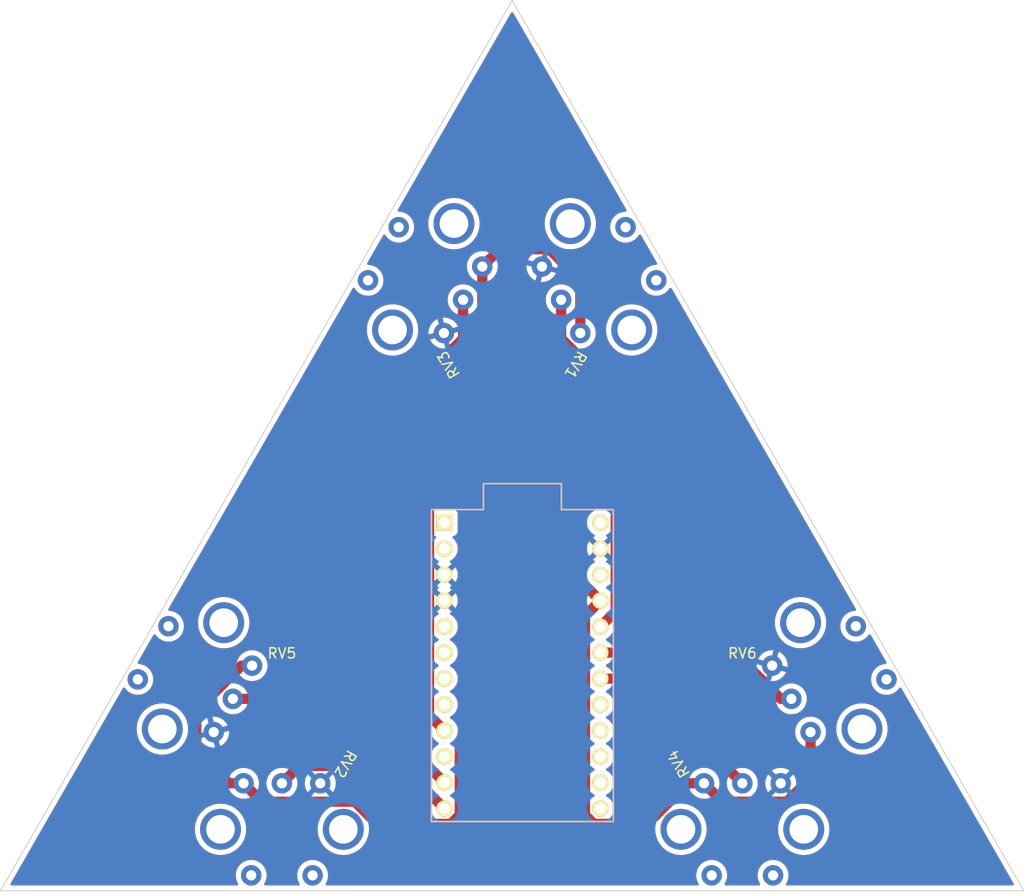
<source format=kicad_pcb>
(kicad_pcb (version 20211014) (generator pcbnew)
  (title_block (comment 4 "AISLER Project ID: TOQVENVP"))
  (layers (0 "F.Cu" signal) (31 "B.Cu" signal) (34 "B.Paste" user) (35 "F.Paste" user) (36 "B.SilkS" user "B.Silkscreen") (37 "F.SilkS" user "F.Silkscreen") (38 "B.Mask" user) (39 "F.Mask" user) (44 "Edge.Cuts" user))
  (net 0 "")
  (net 1 "VCC")
  (net 2 "Net-(RV1-Pad2)")
  (net 3 "GND")
  (net 4 "Net-(RV2-Pad2)")
  (net 5 "Net-(RV5-Pad2)")
  (net 6 "Net-(RV6-Pad2)")
  (net 20 "Net-(U1-Pad20)")
  (net 21 "Net-(U1-Pad19)")
  (footprint "antennas:TT_P120" (layer "F.Cu") (at 182.290386 101.25 120)
    (fp_text reference "RV4" (at 0 -12.7 120 unlocked) (layer "F.SilkS"))
    (fp_text value "R_Potentiometer")
    (pad "" thru_hole circle (at -6 4.5 120) (size 4 4) (drill 2.8) (layers *.Cu *.Mask))
    (pad "" thru_hole circle (at 6 4.5 120) (size 4 4) (drill 2.8) (layers *.Cu *.Mask))
    (pad "" thru_hole circle (at -3 9 120) (size 2 2) (drill 1) (layers *.Cu *.Mask))
    (pad "" thru_hole circle (at 3 9 120) (size 2 2) (drill 1) (layers *.Cu *.Mask))
    (pad "1" thru_hole circle (at -3.75 0 120) (size 2 2) (drill 1) (layers *.Cu *.Mask) (net 1 "VCC"))
    (pad "2" thru_hole circle (at 0 0 120) (size 2 2) (drill 1) (layers *.Cu *.Mask) (net 21 "Net-(U1-Pad19)"))
    (pad "3" thru_hole circle (at 3.75 0 120) (size 2 2) (drill 1) (layers *.Cu *.Mask) (net 3 "GND"))
  )
  (footprint "antennas:TT_P120" (layer "F.Cu") (at 177.5 109.5)
    (fp_text reference "RV6" (at 0 -12.7 unlocked) (layer "F.SilkS"))
    (fp_text value "R_Potentiometer")
    (pad "" thru_hole circle (at 3 9) (size 2 2) (drill 1) (layers *.Cu *.Mask))
    (pad "" thru_hole circle (at -3 9) (size 2 2) (drill 1) (layers *.Cu *.Mask))
    (pad "" thru_hole circle (at -6 4.5) (size 4 4) (drill 2.8) (layers *.Cu *.Mask))
    (pad "" thru_hole circle (at 6 4.5) (size 4 4) (drill 2.8) (layers *.Cu *.Mask))
    (pad "1" thru_hole circle (at -3.75 0) (size 2 2) (drill 1) (layers *.Cu *.Mask) (net 1 "VCC"))
    (pad "2" thru_hole circle (at 0 0) (size 2 2) (drill 1) (layers *.Cu *.Mask) (net 6 "Net-(RV6-Pad2)"))
    (pad "3" thru_hole circle (at 3.75 0) (size 2 2) (drill 1) (layers *.Cu *.Mask) (net 3 "GND"))
  )
  (footprint "antennas:TT_P120" (layer "F.Cu") (at 127.709615 101.25 -120)
    (fp_text reference "RV2" (at 0 -12.7 -120 unlocked) (layer "F.SilkS"))
    (fp_text value "R_Potentiometer")
    (pad "" thru_hole circle (at -6 4.5 240) (size 4 4) (drill 2.8) (layers *.Cu *.Mask))
    (pad "" thru_hole circle (at 3 9 240) (size 2 2) (drill 1) (layers *.Cu *.Mask))
    (pad "" thru_hole circle (at 6 4.5 240) (size 4 4) (drill 2.8) (layers *.Cu *.Mask))
    (pad "" thru_hole circle (at -3 9 240) (size 2 2) (drill 1) (layers *.Cu *.Mask))
    (pad "1" thru_hole circle (at -3.75 0 240) (size 2 2) (drill 1) (layers *.Cu *.Mask) (net 1 "VCC"))
    (pad "2" thru_hole circle (at 0 0 240) (size 2 2) (drill 1) (layers *.Cu *.Mask) (net 4 "Net-(RV2-Pad2)"))
    (pad "3" thru_hole circle (at 3.75 0 240) (size 2 2) (drill 1) (layers *.Cu *.Mask) (net 3 "GND"))
  )
  (footprint "antennas:TT_P120" (layer "F.Cu") (at 150.209615 62.25 -120)
    (fp_text reference "RV1" (at 0 -12.7 -120 unlocked) (layer "F.SilkS"))
    (fp_text value "R_Potentiometer")
    (pad "" thru_hole circle (at -3 9 240) (size 2 2) (drill 1) (layers *.Cu *.Mask))
    (pad "" thru_hole circle (at -6 4.5 240) (size 4 4) (drill 2.8) (layers *.Cu *.Mask))
    (pad "" thru_hole circle (at 6 4.5 240) (size 4 4) (drill 2.8) (layers *.Cu *.Mask))
    (pad "" thru_hole circle (at 3 9 240) (size 2 2) (drill 1) (layers *.Cu *.Mask))
    (pad "1" thru_hole circle (at -3.75 0 240) (size 2 2) (drill 1) (layers *.Cu *.Mask) (net 1 "VCC"))
    (pad "2" thru_hole circle (at 0 0 240) (size 2 2) (drill 1) (layers *.Cu *.Mask) (net 2 "Net-(RV1-Pad2)"))
    (pad "3" thru_hole circle (at 3.75 0 240) (size 2 2) (drill 1) (layers *.Cu *.Mask) (net 3 "GND"))
  )
  (footprint "antennas:TT_P120" (layer "F.Cu") (at 132.5 109.5)
    (fp_text reference "RV5" (at 0 -12.7 unlocked) (layer "F.SilkS"))
    (fp_text value "R_Potentiometer")
    (pad "" thru_hole circle (at 6 4.5) (size 4 4) (drill 2.8) (layers *.Cu *.Mask))
    (pad "" thru_hole circle (at -6 4.5) (size 4 4) (drill 2.8) (layers *.Cu *.Mask))
    (pad "" thru_hole circle (at 3 9) (size 2 2) (drill 1) (layers *.Cu *.Mask))
    (pad "" thru_hole circle (at -3 9) (size 2 2) (drill 1) (layers *.Cu *.Mask))
    (pad "1" thru_hole circle (at -3.75 0) (size 2 2) (drill 1) (layers *.Cu *.Mask) (net 1 "VCC"))
    (pad "2" thru_hole circle (at 0 0) (size 2 2) (drill 1) (layers *.Cu *.Mask) (net 5 "Net-(RV5-Pad2)"))
    (pad "3" thru_hole circle (at 3.75 0) (size 2 2) (drill 1) (layers *.Cu *.Mask) (net 3 "GND"))
  )
  (footprint "antennas:ProMicro" (layer "F.Cu") (at 156 98 -90)
    (fp_text reference "U1" hide)
    (fp_text value "ProMicro")
    (fp_line (start -15.24 8.89) (end -15.24 3.81) (layer "B.SilkS") (width 0.15))
    (fp_line (start 15.24 8.89) (end -15.24 8.89) (layer "B.SilkS") (width 0.15))
    (fp_line (start -15.24 3.81) (end -17.78 3.81) (layer "B.SilkS") (width 0.15))
    (fp_line (start -15.24 -8.89) (end 15.24 -8.89) (layer "B.SilkS") (width 0.15))
    (fp_line (start -17.78 -3.81) (end -15.24 -3.81) (layer "B.SilkS") (width 0.15))
    (fp_line (start -15.24 -3.81) (end -15.24 -8.89) (layer "B.SilkS") (width 0.15))
    (fp_line (start 15.24 -8.89) (end 15.24 8.89) (layer "B.SilkS") (width 0.15))
    (fp_line (start -17.78 3.81) (end -17.78 -3.81) (layer "B.SilkS") (width 0.15))
    (fp_line (start -15.24 8.89) (end 15.24 8.89) (layer "F.SilkS") (width 0.15))
    (fp_line (start 15.24 -8.89) (end 15.24 8.89) (layer "F.SilkS") (width 0.15))
    (fp_line (start -17.78 -3.81) (end -15.24 -3.81) (layer "F.SilkS") (width 0.15))
    (fp_line (start -15.24 -3.81) (end -15.24 -8.89) (layer "F.SilkS") (width 0.15))
    (fp_line (start -15.24 -8.89) (end 15.24 -8.89) (layer "F.SilkS") (width 0.15))
    (fp_line (start -15.24 3.81) (end -17.78 3.81) (layer "F.SilkS") (width 0.15))
    (fp_line (start -15.24 8.89) (end -15.24 3.81) (layer "F.SilkS") (width 0.15))
    (fp_line (start -17.78 3.81) (end -17.78 -3.81) (layer "F.SilkS") (width 0.15))
    (pad "1" thru_hole rect (at -13.97 7.62 270) (size 1.6 1.6) (drill 1.1) (layers *.Cu *.Mask "F.SilkS"))
    (pad "2" thru_hole circle (at -11.43 7.62 270) (size 1.6 1.6) (drill 1.1) (layers *.Cu *.Mask "F.SilkS"))
    (pad "3" thru_hole circle (at -8.89 7.62 270) (size 1.6 1.6) (drill 1.1) (layers *.Cu *.Mask "F.SilkS") (net 3 "GND"))
    (pad "4" thru_hole circle (at -6.35 7.62 270) (size 1.6 1.6) (drill 1.1) (layers *.Cu *.Mask "F.SilkS") (net 3 "GND"))
    (pad "5" thru_hole circle (at -3.81 7.62 270) (size 1.6 1.6) (drill 1.1) (layers *.Cu *.Mask "F.SilkS"))
    (pad "6" thru_hole circle (at -1.27 7.62 270) (size 1.6 1.6) (drill 1.1) (layers *.Cu *.Mask "F.SilkS"))
    (pad "7" thru_hole circle (at 1.27 7.62 270) (size 1.6 1.6) (drill 1.1) (layers *.Cu *.Mask "F.SilkS"))
    (pad "8" thru_hole circle (at 3.81 7.62 270) (size 1.6 1.6) (drill 1.1) (layers *.Cu *.Mask "F.SilkS"))
    (pad "9" thru_hole circle (at 6.35 7.62 270) (size 1.6 1.6) (drill 1.1) (layers *.Cu *.Mask "F.SilkS") (net 2 "Net-(RV1-Pad2)"))
    (pad "10" thru_hole circle (at 8.89 7.62 270) (size 1.6 1.6) (drill 1.1) (layers *.Cu *.Mask "F.SilkS"))
    (pad "11" thru_hole circle (at 11.43 7.62 270) (size 1.6 1.6) (drill 1.1) (layers *.Cu *.Mask "F.SilkS") (net 4 "Net-(RV2-Pad2)"))
    (pad "12" thru_hole circle (at 13.97 7.62 270) (size 1.6 1.6) (drill 1.1) (layers *.Cu *.Mask "F.SilkS") (net 5 "Net-(RV5-Pad2)"))
    (pad "13" thru_hole circle (at 13.97 -7.62 270) (size 1.6 1.6) (drill 1.1) (layers *.Cu *.Mask "F.SilkS"))
    (pad "14" thru_hole circle (at 11.43 -7.62 270) (size 1.6 1.6) (drill 1.1) (layers *.Cu *.Mask "F.SilkS"))
    (pad "15" thru_hole circle (at 8.89 -7.62 270) (size 1.6 1.6) (drill 1.1) (layers *.Cu *.Mask "F.SilkS"))
    (pad "16" thru_hole circle (at 6.35 -7.62 270) (size 1.6 1.6) (drill 1.1) (layers *.Cu *.Mask "F.SilkS"))
    (pad "17" thru_hole circle (at 3.81 -7.62 270) (size 1.6 1.6) (drill 1.1) (layers *.Cu *.Mask "F.SilkS"))
    (pad "18" thru_hole circle (at 1.27 -7.62 270) (size 1.6 1.6) (drill 1.1) (layers *.Cu *.Mask "F.SilkS") (net 6 "Net-(RV6-Pad2)"))
    (pad "19" thru_hole circle (at -1.27 -7.62 270) (size 1.6 1.6) (drill 1.1) (layers *.Cu *.Mask "F.SilkS") (net 21 "Net-(U1-Pad19)"))
    (pad "20" thru_hole circle (at -3.81 -7.62 270) (size 1.6 1.6) (drill 1.1) (layers *.Cu *.Mask "F.SilkS") (net 20 "Net-(U1-Pad20)"))
    (pad "21" thru_hole circle (at -6.35 -7.62 270) (size 1.6 1.6) (drill 1.1) (layers *.Cu *.Mask "F.SilkS") (net 1 "VCC"))
    (pad "22" thru_hole circle (at -8.89 -7.62 270) (size 1.6 1.6) (drill 1.1) (layers *.Cu *.Mask "F.SilkS"))
    (pad "23" thru_hole circle (at -11.43 -7.62 270) (size 1.6 1.6) (drill 1.1) (layers *.Cu *.Mask "F.SilkS") (net 3 "GND"))
    (pad "24" thru_hole circle (at -13.97 -7.62 270) (size 1.6 1.6) (drill 1.1) (layers *.Cu *.Mask "F.SilkS"))
  )
  (footprint "antennas:TT_P120" (layer "F.Cu") (at 159.790386 62.25 120)
    (fp_text reference "RV3" (at 0 -12.7 120 unlocked) (layer "F.SilkS"))
    (fp_text value "R_Potentiometer")
    (pad "" thru_hole circle (at 3 9 120) (size 2 2) (drill 1) (layers *.Cu *.Mask))
    (pad "" thru_hole circle (at 6 4.5 120) (size 4 4) (drill 2.8) (layers *.Cu *.Mask))
    (pad "" thru_hole circle (at -6 4.5 120) (size 4 4) (drill 2.8) (layers *.Cu *.Mask))
    (pad "" thru_hole circle (at -3 9 120) (size 2 2) (drill 1) (layers *.Cu *.Mask))
    (pad "1" thru_hole circle (at -3.75 0 120) (size 2 2) (drill 1) (layers *.Cu *.Mask) (net 1 "VCC"))
    (pad "2" thru_hole circle (at 0 0 120) (size 2 2) (drill 1) (layers *.Cu *.Mask) (net 20 "Net-(U1-Pad20)"))
    (pad "3" thru_hole circle (at 3.75 0 120) (size 2 2) (drill 1) (layers *.Cu *.Mask) (net 3 "GND"))
  )
  (gr_poly (pts (xy 205 120) (xy 105 120) (xy 155 33)) (layer "Edge.Cuts") (width 0.1) (fill none))
  (segment (start 181.854164 111.3) (end 184.165386 108.988778) (width 1) (layer "F.Cu") (net 1))
  (segment (start 124.134615 106.298828) (end 124.134615 102.420836) (width 1) (layer "F.Cu") (net 1))
  (segment (start 152.084615 80.114615) (end 163.62 91.65) (width 1) (layer "F.Cu") (net 1))
  (segment (start 127.335787 109.5) (end 124.134615 106.298828) (width 1) (layer "F.Cu") (net 1))
  (segment (start 162.12 112.591321) (end 162.998679 113.47) (width 1) (layer "F.Cu") (net 1))
  (segment (start 149.001321 113.47) (end 141.788377 113.47) (width 1) (layer "F.Cu") (net 1))
  (segment (start 173.75 109.5) (end 175.55 111.3) (width 1) (layer "F.Cu") (net 1))
  (segment (start 139.618877 111.3005) (end 130.5505 111.3005) (width 1) (layer "F.Cu") (net 1))
  (segment (start 163.62 91.65) (end 162.12 93.15) (width 1) (layer "F.Cu") (net 1))
  (segment (start 153.784615 57.302405) (end 158.61955 57.302405) (width 1) (layer "F.Cu") (net 1))
  (segment (start 149.88 105.39) (end 149.88 112.591321) (width 1) (layer "F.Cu") (net 1))
  (segment (start 152.084615 59.002405) (end 153.784615 57.302405) (width 1) (layer "F.Cu") (net 1))
  (segment (start 163.62 91.65) (end 149.88 105.39) (width 1) (layer "F.Cu") (net 1))
  (segment (start 128.75 109.5) (end 127.335787 109.5) (width 1) (layer "F.Cu") (net 1))
  (segment (start 162.998679 113.47) (end 168.211623 113.47) (width 1) (layer "F.Cu") (net 1))
  (segment (start 172.181623 109.5) (end 173.75 109.5) (width 1) (layer "F.Cu") (net 1))
  (segment (start 128.553046 98.002405) (end 129.584615 98.002405) (width 1) (layer "F.Cu") (net 1))
  (segment (start 152.084615 59.002405) (end 152.084615 80.114615) (width 1) (layer "F.Cu") (net 1))
  (segment (start 168.211623 113.47) (end 172.181623 109.5) (width 1) (layer "F.Cu") (net 1))
  (segment (start 175.55 111.3) (end 181.854164 111.3) (width 1) (layer "F.Cu") (net 1))
  (segment (start 158.61955 57.302405) (end 161.665386 60.348241) (width 1) (layer "F.Cu") (net 1))
  (segment (start 130.5505 111.3005) (end 128.75 109.5) (width 1) (layer "F.Cu") (net 1))
  (segment (start 124.134615 102.420836) (end 128.553046 98.002405) (width 1) (layer "F.Cu") (net 1))
  (segment (start 184.165386 108.988778) (end 184.165386 104.497595) (width 1) (layer "F.Cu") (net 1))
  (segment (start 161.665386 60.348241) (end 161.665386 65.497595) (width 1) (layer "F.Cu") (net 1))
  (segment (start 141.788377 113.47) (end 139.618877 111.3005) (width 1) (layer "F.Cu") (net 1))
  (segment (start 162.12 93.15) (end 162.12 112.591321) (width 1) (layer "F.Cu") (net 1))
  (segment (start 149.88 112.591321) (end 149.001321 113.47) (width 1) (layer "F.Cu") (net 1))
  (segment (start 148.38 104.35) (end 146.88 102.85) (width 1) (layer "F.Cu") (net 2))
  (segment (start 150.209615 66.026759) (end 150.209615 62.25) (width 1) (layer "F.Cu") (net 2))
  (segment (start 146.88 102.85) (end 146.88 69.356374) (width 1) (layer "F.Cu") (net 2))
  (segment (start 146.88 69.356374) (end 150.209615 66.026759) (width 1) (layer "F.Cu") (net 2))
  (segment (start 127.709615 101.25) (end 140.2 101.25) (width 1) (layer "F.Cu") (net 4))
  (segment (start 140.2 101.25) (end 148.38 109.43) (width 1) (layer "F.Cu") (net 4))
  (segment (start 144.21 107.8) (end 148.38 111.97) (width 1) (layer "F.Cu") (net 5))
  (segment (start 134.2 107.8) (end 144.21 107.8) (width 1) (layer "F.Cu") (net 5))
  (segment (start 132.5 109.5) (end 134.2 107.8) (width 1) (layer "F.Cu") (net 5))
  (segment (start 163.62 99.27) (end 167.27 99.27) (width 1) (layer "F.Cu") (net 6))
  (segment (start 167.27 99.27) (end 177.5 109.5) (width 1) (layer "F.Cu") (net 6))
  (segment (start 163.62 94.19) (end 165.12 92.69) (width 1) (layer "F.Cu") (net 20))
  (segment (start 159.790386 66.026759) (end 159.790386 62.25) (width 1) (layer "F.Cu") (net 20))
  (segment (start 165.12 92.69) (end 165.12 71.356373) (width 1) (layer "F.Cu") (net 20))
  (segment (start 165.12 71.356373) (end 159.790386 66.026759) (width 1) (layer "F.Cu") (net 20))
  (segment (start 181.258817 101.25) (end 182.290386 101.25) (width 1) (layer "F.Cu") (net 21))
  (segment (start 163.62 96.73) (end 176.738817 96.73) (width 1) (layer "F.Cu") (net 21))
  (segment (start 176.738817 96.73) (end 181.258817 101.25) (width 1) (layer "F.Cu") (net 21))
  (zone (net 3) (net_name "GND") (layers F&B.Cu) (connect_pads (clearance 0.508)) (min_thickness 0.254) (fill yes (thermal_gap 0.508) (thermal_bridge_width 0.508))
    (polygon (pts (xy 205 120) (xy 105 120) (xy 155 33)))
  )
)
</source>
